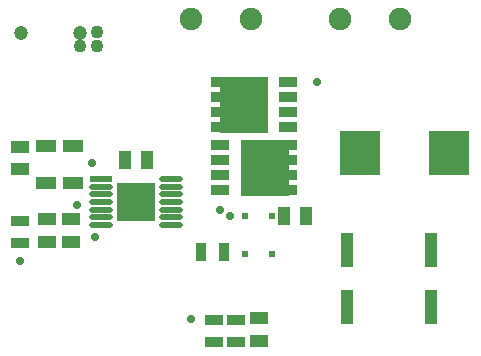
<source format=gts>
G04*
G04 #@! TF.GenerationSoftware,Altium Limited,Altium Designer,21.6.1 (37)*
G04*
G04 Layer_Color=8388736*
%FSLAX44Y44*%
%MOMM*%
G71*
G04*
G04 #@! TF.SameCoordinates,468A8F93-C8C4-43A0-AE5F-35C49DAE4A20*
G04*
G04*
G04 #@! TF.FilePolarity,Negative*
G04*
G01*
G75*
%ADD28O,1.9832X0.5592*%
%ADD29R,1.9832X0.5592*%
%ADD30R,3.2032X3.3032*%
%ADD31R,1.5032X0.9032*%
%ADD32R,1.5032X1.1032*%
%ADD33R,1.8032X1.1032*%
%ADD34R,1.1032X1.5032*%
%ADD35R,0.6032X0.6032*%
%ADD36R,0.9032X1.5032*%
%ADD37R,1.5752X0.9132*%
%ADD38R,4.0532X4.7232*%
%ADD39R,3.5032X3.8032*%
%ADD40R,1.0032X2.8532*%
%ADD41C,1.2032*%
%ADD42C,1.9032*%
%ADD43C,1.1032*%
%ADD44C,0.7032*%
D28*
X372890Y442780D02*
D03*
Y455780D02*
D03*
Y449280D02*
D03*
Y475280D02*
D03*
Y462280D02*
D03*
Y468780D02*
D03*
X432290Y462280D02*
D03*
Y442780D02*
D03*
Y455780D02*
D03*
Y449280D02*
D03*
Y475280D02*
D03*
Y468780D02*
D03*
Y481780D02*
D03*
D29*
X372890D02*
D03*
D30*
X402590Y462280D02*
D03*
D31*
X304800Y427513D02*
D03*
Y446513D02*
D03*
X487680Y362650D02*
D03*
Y343650D02*
D03*
X468630Y362705D02*
D03*
Y343705D02*
D03*
D32*
X327409Y428650D02*
D03*
Y447650D02*
D03*
X347980Y428650D02*
D03*
Y447650D02*
D03*
X304800Y490270D02*
D03*
Y509270D02*
D03*
X506730Y363830D02*
D03*
Y344830D02*
D03*
D33*
X349250Y478530D02*
D03*
Y509530D02*
D03*
X326390Y478530D02*
D03*
Y509530D02*
D03*
D34*
X412090Y497840D02*
D03*
X393090D02*
D03*
X527710Y450850D02*
D03*
X546710D02*
D03*
D35*
X495230Y418074D02*
D03*
X518230D02*
D03*
Y450850D02*
D03*
X495230D02*
D03*
D36*
X457860Y420370D02*
D03*
X476860D02*
D03*
D37*
X531765Y497840D02*
D03*
Y485140D02*
D03*
X531495Y510540D02*
D03*
X531765Y472440D02*
D03*
X474075Y485140D02*
D03*
Y510540D02*
D03*
Y497840D02*
D03*
Y472440D02*
D03*
X531500Y551180D02*
D03*
Y538480D02*
D03*
Y563880D02*
D03*
Y525780D02*
D03*
X473810Y538480D02*
D03*
Y563880D02*
D03*
Y551180D02*
D03*
X474080Y525780D02*
D03*
D38*
X511545Y491490D02*
D03*
X494030Y544830D02*
D03*
D39*
X667670Y504190D02*
D03*
X592170D02*
D03*
D40*
X652780Y421640D02*
D03*
Y373380D02*
D03*
X581660Y421640D02*
D03*
Y373380D02*
D03*
D41*
X355200Y605790D02*
D03*
X305200D02*
D03*
D42*
X626110Y617220D02*
D03*
X575310D02*
D03*
X500380D02*
D03*
X449580D02*
D03*
D43*
X355256Y594360D02*
D03*
X369570D02*
D03*
Y605846D02*
D03*
D44*
X482600Y450850D02*
D03*
X473710Y455270D02*
D03*
X508000Y526463D02*
D03*
Y563880D02*
D03*
X497417Y526463D02*
D03*
Y538935D02*
D03*
X486833D02*
D03*
X476250D02*
D03*
X508000D02*
D03*
X497417Y551408D02*
D03*
X486833D02*
D03*
X476250D02*
D03*
X508000D02*
D03*
X486833Y563880D02*
D03*
X497417D02*
D03*
X476250D02*
D03*
Y526463D02*
D03*
X486833D02*
D03*
X353060Y459740D02*
D03*
X402590Y451485D02*
D03*
Y473075D02*
D03*
Y462280D02*
D03*
X414020Y473075D02*
D03*
Y451485D02*
D03*
Y462280D02*
D03*
X391160Y451485D02*
D03*
Y473075D02*
D03*
Y462280D02*
D03*
X516890Y476250D02*
D03*
Y506730D02*
D03*
Y496570D02*
D03*
Y486410D02*
D03*
X527050Y476250D02*
D03*
Y506730D02*
D03*
Y486410D02*
D03*
Y496570D02*
D03*
X496570Y506730D02*
D03*
Y486410D02*
D03*
Y476250D02*
D03*
Y496570D02*
D03*
X368128Y432847D02*
D03*
X449580Y363220D02*
D03*
X506730Y476250D02*
D03*
Y496570D02*
D03*
Y486410D02*
D03*
Y506730D02*
D03*
X304800Y412750D02*
D03*
X556260Y563880D02*
D03*
X365760Y495300D02*
D03*
M02*

</source>
